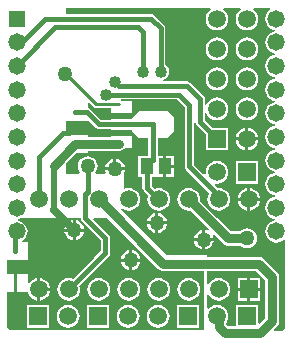
<source format=gtl>
%FSLAX24Y24*%
%MOIN*%
G70*
G01*
G75*
G04 Layer_Physical_Order=1*
G04 Layer_Color=255*
%ADD10R,0.0433X0.0551*%
%ADD11C,0.0100*%
%ADD12C,0.0150*%
%ADD13C,0.0300*%
%ADD14C,0.0250*%
%ADD15C,0.0200*%
%ADD16C,0.0580*%
%ADD17R,0.0580X0.0580*%
%ADD18R,0.0591X0.0591*%
%ADD19C,0.0591*%
%ADD20R,0.0591X0.0591*%
%ADD21C,0.0500*%
%ADD22C,0.0400*%
G36*
X46794Y31834D02*
X46794D01*
X46794Y31834D01*
X46794D01*
X46794Y31834D01*
Y31834D01*
X46794Y31834D01*
Y31834D01*
X46870Y31783D01*
X46960Y31765D01*
X48320D01*
Y29800D01*
X41840D01*
X41760Y29880D01*
Y31052D01*
X41990D01*
Y31349D01*
Y31645D01*
X41760D01*
Y32115D01*
X42455D01*
Y32708D01*
X42289D01*
X42273Y32755D01*
X42344Y32810D01*
X42403Y32887D01*
X42440Y32977D01*
X42453Y33074D01*
X42440Y33171D01*
X42403Y33261D01*
X42344Y33338D01*
X42267Y33397D01*
X42177Y33434D01*
X42114Y33443D01*
Y33493D01*
X42177Y33501D01*
X42223Y33520D01*
X44204D01*
X44212Y33512D01*
X44212Y33512D01*
D01*
X44224Y33452D01*
X44258Y33401D01*
X44223Y33365D01*
X44223Y33365D01*
X44222Y33365D01*
X44166Y33408D01*
X44086Y33442D01*
X44050Y33446D01*
Y33170D01*
X44326D01*
X44322Y33206D01*
X44288Y33286D01*
X44244Y33344D01*
X44281Y33377D01*
X44883Y32776D01*
Y32424D01*
X44666Y32207D01*
X44659Y32202D01*
X43949Y31493D01*
X43918Y31506D01*
X43820Y31519D01*
X43722Y31506D01*
X43631Y31468D01*
X43552Y31408D01*
X43492Y31329D01*
X43454Y31238D01*
X43441Y31140D01*
X43454Y31042D01*
X43492Y30951D01*
X43552Y30872D01*
X43631Y30812D01*
X43722Y30774D01*
X43820Y30761D01*
X43918Y30774D01*
X44009Y30812D01*
X44088Y30872D01*
X44148Y30951D01*
X44186Y31042D01*
X44199Y31140D01*
X44186Y31238D01*
X44173Y31269D01*
X44878Y31975D01*
X44885Y31979D01*
X45153Y32247D01*
X45187Y32298D01*
X45199Y32359D01*
X45199Y32359D01*
X45199Y32359D01*
Y32359D01*
Y32841D01*
X45187Y32902D01*
X45153Y32953D01*
X44632Y33474D01*
X44651Y33520D01*
X45108D01*
X46794Y31834D01*
D02*
G37*
G36*
X50365Y31463D02*
Y30177D01*
X50181Y29993D01*
X50135Y30012D01*
Y30615D01*
X49385D01*
Y29915D01*
X49137D01*
X49075Y29977D01*
Y30033D01*
X49088Y30051D01*
X49126Y30142D01*
X49139Y30240D01*
X49126Y30338D01*
X49088Y30429D01*
X49028Y30508D01*
X48949Y30568D01*
X48858Y30606D01*
X48760Y30619D01*
X48662Y30606D01*
X48571Y30568D01*
X48492Y30508D01*
X48487Y30501D01*
X48440Y30517D01*
Y30949D01*
X48489Y30958D01*
X48492Y30951D01*
X48552Y30872D01*
X48631Y30812D01*
X48722Y30774D01*
X48820Y30761D01*
X48918Y30774D01*
X49009Y30812D01*
X49088Y30872D01*
X49148Y30951D01*
X49186Y31042D01*
X49199Y31140D01*
X49186Y31238D01*
X49148Y31329D01*
X49088Y31408D01*
X49009Y31468D01*
X48918Y31506D01*
X48820Y31519D01*
X48722Y31506D01*
X48631Y31468D01*
X48552Y31408D01*
X48492Y31329D01*
X48489Y31322D01*
X48440Y31331D01*
Y31765D01*
X50063D01*
X50365Y31463D01*
D02*
G37*
G36*
X50540Y40473D02*
X50477Y40424D01*
X50417Y40347D01*
X50380Y40257D01*
X50367Y40160D01*
X50380Y40063D01*
X50417Y39973D01*
X50477Y39896D01*
X50554Y39837D01*
X50644Y39800D01*
X50706Y39791D01*
Y39741D01*
X50644Y39733D01*
X50554Y39696D01*
X50477Y39637D01*
X50417Y39559D01*
X50380Y39469D01*
X50367Y39373D01*
X50380Y39276D01*
X50417Y39186D01*
X50477Y39109D01*
X50554Y39049D01*
X50644Y39012D01*
X50706Y39004D01*
Y38954D01*
X50644Y38946D01*
X50554Y38909D01*
X50477Y38849D01*
X50417Y38772D01*
X50380Y38682D01*
X50367Y38585D01*
X50380Y38489D01*
X50417Y38399D01*
X50477Y38321D01*
X50554Y38262D01*
X50644Y38225D01*
X50706Y38217D01*
Y38167D01*
X50644Y38158D01*
X50554Y38121D01*
X50477Y38062D01*
X50417Y37985D01*
X50380Y37895D01*
X50367Y37798D01*
X50380Y37701D01*
X50417Y37611D01*
X50477Y37534D01*
X50554Y37475D01*
X50644Y37438D01*
X50706Y37429D01*
Y37379D01*
X50644Y37371D01*
X50554Y37334D01*
X50477Y37275D01*
X50417Y37197D01*
X50380Y37107D01*
X50367Y37011D01*
X50380Y36914D01*
X50417Y36824D01*
X50477Y36747D01*
X50554Y36687D01*
X50644Y36650D01*
X50706Y36642D01*
Y36592D01*
X50644Y36584D01*
X50554Y36547D01*
X50477Y36487D01*
X50417Y36410D01*
X50380Y36320D01*
X50367Y36223D01*
X50380Y36127D01*
X50417Y36037D01*
X50477Y35959D01*
X50554Y35900D01*
X50644Y35863D01*
X50706Y35855D01*
Y35805D01*
X50644Y35796D01*
X50554Y35759D01*
X50477Y35700D01*
X50417Y35623D01*
X50407Y35598D01*
D01*
X50380Y35533D01*
X50367Y35436D01*
X50380Y35339D01*
X50417Y35249D01*
X50477Y35172D01*
X50554Y35113D01*
X50644Y35076D01*
X50706Y35067D01*
Y35017D01*
X50644Y35009D01*
X50622Y35000D01*
D01*
X50554Y34972D01*
X50477Y34913D01*
X50417Y34835D01*
X50380Y34745D01*
X50367Y34649D01*
X50380Y34552D01*
X50417Y34462D01*
X50477Y34385D01*
X50554Y34325D01*
X50644Y34288D01*
X50706Y34280D01*
Y34230D01*
X50644Y34222D01*
X50554Y34185D01*
X50477Y34125D01*
X50417Y34048D01*
X50380Y33958D01*
X50367Y33861D01*
X50380Y33765D01*
X50417Y33675D01*
X50477Y33597D01*
X50554Y33538D01*
X50644Y33501D01*
X50706Y33493D01*
Y33443D01*
X50644Y33434D01*
X50554Y33397D01*
X50477Y33338D01*
X50417Y33261D01*
X50380Y33171D01*
X50367Y33074D01*
X50380Y32977D01*
X50417Y32887D01*
X50477Y32810D01*
X50554Y32751D01*
X50644Y32714D01*
X50741Y32701D01*
X50837Y32714D01*
X50927Y32751D01*
X50995Y32803D01*
X51040Y32781D01*
Y29840D01*
X50960Y29760D01*
X50677D01*
X50658Y29806D01*
X50766Y29914D01*
X50766Y29914D01*
X50817Y29990D01*
X50835Y30080D01*
Y31560D01*
X50817Y31650D01*
X50766Y31726D01*
X50326Y32166D01*
X50250Y32217D01*
X50160Y32235D01*
X48440D01*
Y32280D01*
X47080D01*
X45545Y33815D01*
X45578Y33853D01*
X45631Y33812D01*
X45722Y33774D01*
X45820Y33761D01*
X45918Y33774D01*
X46009Y33812D01*
X46088Y33872D01*
X46148Y33951D01*
X46186Y34042D01*
X46199Y34140D01*
X46186Y34238D01*
X46148Y34329D01*
X46088Y34408D01*
X46009Y34468D01*
X45918Y34506D01*
X45820Y34519D01*
X45722Y34506D01*
X45676Y34486D01*
X45648Y34528D01*
X45670Y34550D01*
Y35010D01*
X45682Y35021D01*
X45668Y35042D01*
X45682Y35074D01*
X45686Y35110D01*
X45034D01*
X45038Y35074D01*
X45052Y35042D01*
X45024Y35000D01*
X44730D01*
X44708Y35045D01*
X44734Y35080D01*
X44768Y35160D01*
X44779Y35246D01*
X44768Y35332D01*
X44734Y35413D01*
X44682Y35482D01*
X44613Y35534D01*
X44532Y35568D01*
X44446Y35579D01*
X44360Y35568D01*
X44280Y35534D01*
X44211Y35482D01*
X44158Y35413D01*
X44125Y35332D01*
X44113Y35246D01*
X44125Y35160D01*
X44158Y35080D01*
X44185Y35045D01*
X44163Y35000D01*
X43720D01*
Y35337D01*
X44075Y35692D01*
X44455D01*
Y35754D01*
X45510D01*
X45600Y35772D01*
X45676Y35823D01*
X45695Y35851D01*
X45927D01*
Y36248D01*
X45216D01*
Y36223D01*
X44455D01*
Y36285D01*
X43720D01*
Y36755D01*
X44455D01*
X44455Y36755D01*
Y36755D01*
X44488Y36769D01*
X44728Y36528D01*
X44780Y36494D01*
X44840Y36482D01*
X45216D01*
Y36442D01*
X45924D01*
Y36413D01*
X46151Y36186D01*
X46476D01*
Y35596D01*
X46128D01*
Y35000D01*
Y34884D01*
X46267D01*
Y34535D01*
X46267Y34535D01*
X46267D01*
X46279Y34475D01*
X46313Y34424D01*
X46467Y34269D01*
X46454Y34238D01*
X46441Y34140D01*
X46454Y34042D01*
X46492Y33951D01*
X46552Y33872D01*
X46631Y33812D01*
X46722Y33774D01*
X46820Y33761D01*
X46918Y33774D01*
X47009Y33812D01*
X47088Y33872D01*
X47148Y33951D01*
X47186Y34042D01*
X47199Y34140D01*
X47186Y34238D01*
X47148Y34329D01*
X47088Y34408D01*
X47009Y34468D01*
X46918Y34506D01*
X46820Y34519D01*
X46722Y34506D01*
X46691Y34493D01*
X46583Y34601D01*
Y34884D01*
X46965D01*
Y35240D01*
Y35596D01*
X46792D01*
Y36186D01*
X47117D01*
X47344Y36413D01*
Y36867D01*
X47117Y37094D01*
X46151D01*
X45924Y36867D01*
Y36838D01*
X45216D01*
Y36798D01*
X44905D01*
X44540Y37163D01*
X44489Y37198D01*
X44455Y37204D01*
Y37343D01*
X44501Y37362D01*
X44649Y37214D01*
X44692Y37185D01*
X44743Y37175D01*
X44743Y37175D01*
X45216D01*
Y37032D01*
X45927D01*
Y37429D01*
X45584D01*
X45553Y37467D01*
X45555Y37479D01*
X47417D01*
X47682Y37215D01*
Y35240D01*
X47694Y35180D01*
X47728Y35128D01*
X47737Y35120D01*
X48507Y34349D01*
X48492Y34329D01*
X48454Y34238D01*
X48441Y34140D01*
X48454Y34042D01*
X48489Y33958D01*
D01*
X48492Y33951D01*
D01*
X48552Y33872D01*
X48631Y33812D01*
X48722Y33774D01*
X48800Y33764D01*
D01*
X48820Y33761D01*
X48918Y33774D01*
X49009Y33812D01*
X49088Y33872D01*
X49148Y33951D01*
X49186Y34042D01*
X49199Y34140D01*
X49186Y34238D01*
X49148Y34329D01*
X49088Y34408D01*
X49009Y34468D01*
X48918Y34506D01*
X48820Y34519D01*
X48789Y34514D01*
X48679Y34624D01*
X48701Y34669D01*
X48760Y34661D01*
X48858Y34674D01*
X48949Y34712D01*
X49028Y34772D01*
X49088Y34851D01*
X49126Y34942D01*
X49138Y35038D01*
D01*
X49139Y35040D01*
X49126Y35138D01*
X49088Y35229D01*
X49028Y35308D01*
X48949Y35368D01*
X48858Y35406D01*
X48760Y35419D01*
X48662Y35406D01*
X48571Y35368D01*
X48492Y35308D01*
X48432Y35229D01*
X48394Y35138D01*
X48381Y35040D01*
X48382Y35038D01*
X48352Y35003D01*
X48302Y35002D01*
X47998Y35305D01*
Y36686D01*
X48048Y36691D01*
X48054Y36660D01*
X48088Y36608D01*
X48385Y36312D01*
Y35785D01*
X49135D01*
Y36535D01*
X48608D01*
X48358Y36785D01*
Y37022D01*
X48407Y37031D01*
X48432Y36971D01*
X48492Y36892D01*
X48571Y36832D01*
X48662Y36794D01*
X48760Y36781D01*
X48858Y36794D01*
X48949Y36832D01*
X49028Y36892D01*
X49088Y36971D01*
X49126Y37062D01*
X49139Y37160D01*
X49126Y37258D01*
X49088Y37349D01*
X49028Y37428D01*
X48949Y37488D01*
X48858Y37526D01*
X48760Y37539D01*
X48662Y37526D01*
X48571Y37488D01*
X48492Y37428D01*
X48432Y37349D01*
X48407Y37289D01*
X48358Y37298D01*
Y37480D01*
X48346Y37540D01*
X48312Y37592D01*
X47872Y38032D01*
X47820Y38066D01*
X47760Y38078D01*
X46960D01*
X46953Y38127D01*
X47021Y38155D01*
X47080Y38200D01*
X47125Y38259D01*
X47153Y38327D01*
X47162Y38400D01*
X47153Y38473D01*
X47125Y38541D01*
X47080Y38600D01*
X47038Y38632D01*
Y39840D01*
X47026Y39900D01*
X46992Y39952D01*
X46672Y40272D01*
X46620Y40306D01*
X46560Y40318D01*
X43720D01*
Y40499D01*
Y40520D01*
X48535D01*
X48551Y40473D01*
X48492Y40428D01*
X48432Y40349D01*
X48394Y40258D01*
X48381Y40160D01*
X48394Y40062D01*
X48432Y39971D01*
X48492Y39892D01*
X48571Y39832D01*
X48662Y39794D01*
X48760Y39781D01*
X48858Y39794D01*
X48949Y39832D01*
X49028Y39892D01*
X49088Y39971D01*
X49126Y40062D01*
X49139Y40160D01*
X49126Y40258D01*
X49088Y40349D01*
X49028Y40428D01*
X48969Y40473D01*
X48985Y40520D01*
X49535D01*
X49551Y40473D01*
X49492Y40428D01*
X49432Y40349D01*
X49394Y40258D01*
X49381Y40160D01*
X49394Y40062D01*
X49432Y39971D01*
X49492Y39892D01*
X49571Y39832D01*
X49662Y39794D01*
X49760Y39781D01*
X49858Y39794D01*
X49949Y39832D01*
X50028Y39892D01*
X50088Y39971D01*
X50126Y40062D01*
X50139Y40160D01*
X50126Y40258D01*
X50088Y40349D01*
X50028Y40428D01*
X49969Y40473D01*
X49985Y40520D01*
X50524D01*
X50540Y40473D01*
D02*
G37*
%LPC*%
G36*
X50195Y31515D02*
X49870D01*
Y31190D01*
X50195D01*
Y31515D01*
D02*
G37*
G36*
X45830Y32070D02*
X45554D01*
X45558Y32034D01*
X45592Y31954D01*
X45645Y31885D01*
X45714Y31832D01*
X45794Y31798D01*
X45830Y31794D01*
Y32070D01*
D02*
G37*
G36*
X49770Y31515D02*
X49445D01*
Y31190D01*
X49770D01*
Y31515D01*
D02*
G37*
G36*
X42870Y31512D02*
Y31190D01*
X43192D01*
X43186Y31238D01*
X43148Y31329D01*
X43088Y31408D01*
X43009Y31468D01*
X42918Y31506D01*
X42870Y31512D01*
D02*
G37*
G36*
X43192Y31090D02*
X42870D01*
Y30768D01*
X42918Y30774D01*
X43009Y30812D01*
X43088Y30872D01*
X43148Y30951D01*
X43186Y31042D01*
X43192Y31090D01*
D02*
G37*
G36*
X45930Y32446D02*
Y32170D01*
X46206D01*
X46202Y32206D01*
X46168Y32286D01*
X46115Y32355D01*
X46046Y32408D01*
X45966Y32442D01*
X45930Y32446D01*
D02*
G37*
G36*
X48270Y32750D02*
X47994D01*
X47998Y32714D01*
X48032Y32634D01*
X48085Y32565D01*
X48154Y32512D01*
X48234Y32478D01*
X48270Y32474D01*
Y32750D01*
D02*
G37*
G36*
X48646D02*
X48370D01*
Y32474D01*
X48406Y32478D01*
X48486Y32512D01*
X48555Y32565D01*
X48608Y32634D01*
X48642Y32714D01*
X48646Y32750D01*
D02*
G37*
G36*
X46206Y32070D02*
X45930D01*
Y31794D01*
X45966Y31798D01*
X46046Y31832D01*
X46115Y31885D01*
X46168Y31954D01*
X46202Y32034D01*
X46206Y32070D01*
D02*
G37*
G36*
X43950Y33070D02*
X43674D01*
X43678Y33034D01*
X43712Y32954D01*
X43765Y32885D01*
X43834Y32832D01*
X43914Y32798D01*
X43950Y32794D01*
Y33070D01*
D02*
G37*
G36*
X45830Y32446D02*
X45794Y32442D01*
X45714Y32408D01*
X45645Y32355D01*
X45592Y32286D01*
X45558Y32206D01*
X45554Y32170D01*
X45830D01*
Y32446D01*
D02*
G37*
G36*
X42455Y31645D02*
X42090D01*
Y31349D01*
Y31052D01*
X42453D01*
X42454Y31042D01*
X42492Y30951D01*
X42552Y30872D01*
X42631Y30812D01*
X42722Y30774D01*
X42770Y30768D01*
Y31140D01*
Y31512D01*
X42722Y31506D01*
X42631Y31468D01*
X42552Y31408D01*
X42502Y31342D01*
X42455Y31358D01*
Y31645D01*
D02*
G37*
G36*
X43175Y30615D02*
X42425D01*
Y29865D01*
X43175D01*
Y30615D01*
D02*
G37*
G36*
X45175D02*
X44425D01*
Y29865D01*
X45175D01*
Y30615D01*
D02*
G37*
G36*
X48175D02*
X47425D01*
Y29865D01*
X48175D01*
Y30615D01*
D02*
G37*
G36*
X43800Y30619D02*
X43702Y30606D01*
X43611Y30568D01*
X43532Y30508D01*
X43472Y30429D01*
X43434Y30338D01*
X43421Y30240D01*
X43434Y30142D01*
X43472Y30051D01*
X43532Y29972D01*
X43611Y29912D01*
X43702Y29874D01*
X43800Y29861D01*
X43898Y29874D01*
X43989Y29912D01*
X44068Y29972D01*
X44128Y30051D01*
X44166Y30142D01*
X44179Y30240D01*
X44166Y30338D01*
X44128Y30429D01*
X44068Y30508D01*
X43989Y30568D01*
X43898Y30606D01*
X43800Y30619D01*
D02*
G37*
G36*
X45800D02*
X45702Y30606D01*
X45611Y30568D01*
X45532Y30508D01*
X45472Y30429D01*
X45434Y30338D01*
X45421Y30240D01*
X45434Y30142D01*
X45472Y30051D01*
X45532Y29972D01*
X45611Y29912D01*
X45702Y29874D01*
X45800Y29861D01*
X45898Y29874D01*
X45989Y29912D01*
X46068Y29972D01*
X46128Y30051D01*
X46166Y30142D01*
X46179Y30240D01*
X46166Y30338D01*
X46128Y30429D01*
X46068Y30508D01*
X45989Y30568D01*
X45898Y30606D01*
X45800Y30619D01*
D02*
G37*
G36*
X46800D02*
X46702Y30606D01*
X46611Y30568D01*
X46532Y30508D01*
X46472Y30429D01*
X46434Y30338D01*
X46421Y30240D01*
X46434Y30142D01*
X46472Y30051D01*
X46532Y29972D01*
X46611Y29912D01*
X46702Y29874D01*
X46800Y29861D01*
X46898Y29874D01*
X46989Y29912D01*
X47068Y29972D01*
X47128Y30051D01*
X47166Y30142D01*
X47179Y30240D01*
X47166Y30338D01*
X47128Y30429D01*
X47068Y30508D01*
X46989Y30568D01*
X46898Y30606D01*
X46800Y30619D01*
D02*
G37*
G36*
X47820Y31519D02*
X47722Y31506D01*
X47631Y31468D01*
X47552Y31408D01*
X47492Y31329D01*
X47454Y31238D01*
X47441Y31140D01*
X47454Y31042D01*
X47492Y30951D01*
X47552Y30872D01*
X47631Y30812D01*
X47722Y30774D01*
X47820Y30761D01*
X47918Y30774D01*
X48009Y30812D01*
X48088Y30872D01*
X48148Y30951D01*
X48186Y31042D01*
X48199Y31140D01*
X48186Y31238D01*
X48148Y31329D01*
X48088Y31408D01*
X48009Y31468D01*
X47918Y31506D01*
X47820Y31519D01*
D02*
G37*
G36*
X49770Y31090D02*
X49445D01*
Y30765D01*
X49770D01*
Y31090D01*
D02*
G37*
G36*
X50195D02*
X49870D01*
Y30765D01*
X50195D01*
Y31090D01*
D02*
G37*
G36*
X44820Y31519D02*
X44722Y31506D01*
X44631Y31468D01*
X44552Y31408D01*
X44492Y31329D01*
X44454Y31238D01*
X44441Y31140D01*
X44454Y31042D01*
X44492Y30951D01*
X44552Y30872D01*
X44631Y30812D01*
X44722Y30774D01*
X44820Y30761D01*
X44918Y30774D01*
X45009Y30812D01*
X45088Y30872D01*
X45148Y30951D01*
X45186Y31042D01*
X45199Y31140D01*
X45186Y31238D01*
X45148Y31329D01*
X45088Y31408D01*
X45009Y31468D01*
X44918Y31506D01*
X44820Y31519D01*
D02*
G37*
G36*
X45820D02*
X45722Y31506D01*
X45631Y31468D01*
X45552Y31408D01*
X45492Y31329D01*
X45454Y31238D01*
X45441Y31140D01*
X45454Y31042D01*
X45492Y30951D01*
X45552Y30872D01*
X45631Y30812D01*
X45722Y30774D01*
X45820Y30761D01*
X45918Y30774D01*
X46009Y30812D01*
X46088Y30872D01*
X46148Y30951D01*
X46186Y31042D01*
X46199Y31140D01*
X46186Y31238D01*
X46148Y31329D01*
X46088Y31408D01*
X46009Y31468D01*
X45918Y31506D01*
X45820Y31519D01*
D02*
G37*
G36*
X46820D02*
X46722Y31506D01*
X46631Y31468D01*
X46552Y31408D01*
X46492Y31329D01*
X46454Y31238D01*
X46441Y31140D01*
X46454Y31042D01*
X46492Y30951D01*
X46552Y30872D01*
X46631Y30812D01*
X46722Y30774D01*
X46820Y30761D01*
X46918Y30774D01*
X47009Y30812D01*
X47088Y30872D01*
X47148Y30951D01*
X47186Y31042D01*
X47199Y31140D01*
X47186Y31238D01*
X47148Y31329D01*
X47088Y31408D01*
X47009Y31468D01*
X46918Y31506D01*
X46820Y31519D01*
D02*
G37*
G36*
X44326Y33070D02*
X44050D01*
Y32794D01*
X44086Y32798D01*
X44166Y32832D01*
X44235Y32885D01*
X44288Y32954D01*
X44322Y33034D01*
X44326Y33070D01*
D02*
G37*
G36*
X49710Y36110D02*
X49388D01*
X49394Y36062D01*
X49432Y35971D01*
X49492Y35892D01*
X49571Y35832D01*
X49662Y35794D01*
X49710Y35788D01*
Y36110D01*
D02*
G37*
G36*
X50132D02*
X49810D01*
Y35788D01*
X49858Y35794D01*
X49949Y35832D01*
X50028Y35892D01*
X50088Y35971D01*
X50126Y36062D01*
X50132Y36110D01*
D02*
G37*
G36*
X49710Y36532D02*
X49662Y36526D01*
X49571Y36488D01*
X49492Y36428D01*
X49432Y36349D01*
X49394Y36258D01*
X49388Y36210D01*
X49710D01*
Y36532D01*
D02*
G37*
G36*
X45310Y35486D02*
X45274Y35482D01*
X45194Y35448D01*
X45125Y35395D01*
X45072Y35326D01*
X45038Y35246D01*
X45034Y35210D01*
X45310D01*
Y35486D01*
D02*
G37*
G36*
X45410D02*
Y35210D01*
X45686D01*
X45682Y35246D01*
X45648Y35326D01*
X45595Y35395D01*
X45526Y35448D01*
X45446Y35482D01*
X45410Y35486D01*
D02*
G37*
G36*
X47312Y35596D02*
X47065D01*
Y35290D01*
X47312D01*
Y35596D01*
D02*
G37*
G36*
X49760Y38539D02*
X49662Y38526D01*
X49571Y38488D01*
X49492Y38428D01*
X49432Y38349D01*
X49394Y38258D01*
X49381Y38160D01*
X49394Y38062D01*
X49432Y37971D01*
X49492Y37892D01*
X49571Y37832D01*
X49662Y37794D01*
X49760Y37781D01*
X49858Y37794D01*
X49949Y37832D01*
X50028Y37892D01*
X50088Y37971D01*
X50126Y38062D01*
X50139Y38160D01*
X50126Y38258D01*
X50088Y38349D01*
X50028Y38428D01*
X49949Y38488D01*
X49858Y38526D01*
X49760Y38539D01*
D02*
G37*
G36*
X48760Y39539D02*
X48662Y39526D01*
X48571Y39488D01*
X48492Y39428D01*
X48432Y39349D01*
X48394Y39258D01*
X48381Y39160D01*
X48394Y39062D01*
X48432Y38971D01*
X48492Y38892D01*
X48571Y38832D01*
X48662Y38794D01*
X48760Y38781D01*
X48858Y38794D01*
X48949Y38832D01*
X49028Y38892D01*
X49088Y38971D01*
X49126Y39062D01*
X49139Y39160D01*
X49126Y39258D01*
X49088Y39349D01*
X49028Y39428D01*
X48949Y39488D01*
X48858Y39526D01*
X48760Y39539D01*
D02*
G37*
G36*
X49760D02*
X49662Y39526D01*
X49571Y39488D01*
X49492Y39428D01*
X49432Y39349D01*
X49394Y39258D01*
X49381Y39160D01*
X49394Y39062D01*
X49432Y38971D01*
X49492Y38892D01*
X49571Y38832D01*
X49662Y38794D01*
X49760Y38781D01*
X49858Y38794D01*
X49949Y38832D01*
X50028Y38892D01*
X50088Y38971D01*
X50126Y39062D01*
X50139Y39160D01*
X50126Y39258D01*
X50088Y39349D01*
X50028Y39428D01*
X49949Y39488D01*
X49858Y39526D01*
X49760Y39539D01*
D02*
G37*
G36*
X49810Y36532D02*
Y36210D01*
X50132D01*
X50126Y36258D01*
X50088Y36349D01*
X50028Y36428D01*
X49949Y36488D01*
X49858Y36526D01*
X49810Y36532D01*
D02*
G37*
G36*
X49760Y37539D02*
X49662Y37526D01*
X49571Y37488D01*
X49492Y37428D01*
X49432Y37349D01*
X49394Y37258D01*
X49381Y37160D01*
X49394Y37062D01*
X49432Y36971D01*
X49492Y36892D01*
X49571Y36832D01*
X49662Y36794D01*
X49760Y36781D01*
X49858Y36794D01*
X49949Y36832D01*
X50028Y36892D01*
X50088Y36971D01*
X50126Y37062D01*
X50139Y37160D01*
X50126Y37258D01*
X50088Y37349D01*
X50028Y37428D01*
X49949Y37488D01*
X49858Y37526D01*
X49760Y37539D01*
D02*
G37*
G36*
X48760Y38539D02*
X48662Y38526D01*
X48571Y38488D01*
X48492Y38428D01*
X48432Y38349D01*
X48394Y38258D01*
X48381Y38160D01*
X48394Y38062D01*
X48432Y37971D01*
X48492Y37892D01*
X48571Y37832D01*
X48662Y37794D01*
X48760Y37781D01*
X48858Y37794D01*
X48949Y37832D01*
X49028Y37892D01*
X49088Y37971D01*
X49126Y38062D01*
X49139Y38160D01*
X49126Y38258D01*
X49088Y38349D01*
X49028Y38428D01*
X48949Y38488D01*
X48858Y38526D01*
X48760Y38539D01*
D02*
G37*
G36*
X47312Y35190D02*
X47065D01*
Y34884D01*
X47312D01*
Y35000D01*
Y35190D01*
D02*
G37*
G36*
X47820Y34519D02*
X47722Y34506D01*
X47631Y34468D01*
X47552Y34408D01*
X47492Y34329D01*
X47454Y34238D01*
X47441Y34140D01*
X47454Y34042D01*
X47492Y33951D01*
X47552Y33872D01*
X47631Y33812D01*
X47722Y33774D01*
X47820Y33761D01*
X47861Y33767D01*
X48487Y33141D01*
X48460Y33099D01*
X48406Y33122D01*
X48370Y33126D01*
Y32850D01*
X48646D01*
X48642Y32886D01*
X48619Y32940D01*
X48661Y32967D01*
D01*
X48954Y32674D01*
X49030Y32623D01*
X49120Y32605D01*
X49120Y32605D01*
X49524D01*
X49525Y32605D01*
X49594Y32552D01*
X49674Y32518D01*
X49760Y32507D01*
X49846Y32518D01*
X49926Y32552D01*
X49995Y32605D01*
X50048Y32674D01*
X50082Y32754D01*
X50093Y32840D01*
X50082Y32926D01*
X50048Y33006D01*
X49995Y33075D01*
X49926Y33128D01*
X49846Y33162D01*
X49760Y33173D01*
X49674Y33162D01*
X49594Y33128D01*
X49525Y33075D01*
X49524Y33075D01*
X49217D01*
X48754Y33538D01*
X48440Y33852D01*
D01*
X48193Y34099D01*
X48199Y34140D01*
X48186Y34238D01*
X48148Y34329D01*
X48088Y34408D01*
X48009Y34468D01*
X47918Y34506D01*
X47820Y34519D01*
D02*
G37*
G36*
X43950Y33446D02*
X43914Y33442D01*
X43834Y33408D01*
X43765Y33355D01*
X43712Y33286D01*
X43678Y33206D01*
X43674Y33170D01*
X43950D01*
Y33446D01*
D02*
G37*
G36*
X46710Y33686D02*
X46674Y33682D01*
X46594Y33648D01*
X46525Y33595D01*
X46472Y33526D01*
X46438Y33446D01*
X46434Y33410D01*
X46710D01*
Y33686D01*
D02*
G37*
G36*
X48270Y33126D02*
X48234Y33122D01*
X48154Y33088D01*
X48085Y33035D01*
X48032Y32966D01*
X47998Y32886D01*
X47994Y32850D01*
X48270D01*
Y33126D01*
D02*
G37*
G36*
X46710Y33310D02*
X46434D01*
X46438Y33274D01*
X46472Y33194D01*
X46525Y33125D01*
X46594Y33072D01*
X46674Y33038D01*
X46710Y33034D01*
Y33310D01*
D02*
G37*
G36*
X47086D02*
X46810D01*
Y33034D01*
X46846Y33038D01*
X46926Y33072D01*
X46995Y33125D01*
X47048Y33194D01*
X47082Y33274D01*
X47086Y33310D01*
D02*
G37*
G36*
X49770Y34512D02*
X49722Y34506D01*
X49631Y34468D01*
X49552Y34408D01*
X49492Y34329D01*
X49454Y34238D01*
X49448Y34190D01*
X49770D01*
Y34512D01*
D02*
G37*
G36*
X49870D02*
Y34190D01*
X50192D01*
X50186Y34238D01*
X50148Y34329D01*
X50088Y34408D01*
X50009Y34468D01*
X49918Y34506D01*
X49870Y34512D01*
D02*
G37*
G36*
X50135Y35415D02*
X49385D01*
Y35000D01*
Y34665D01*
X50135D01*
Y35000D01*
Y35415D01*
D02*
G37*
G36*
X46810Y33686D02*
Y33410D01*
X47086D01*
X47082Y33446D01*
X47048Y33526D01*
X46995Y33595D01*
X46926Y33648D01*
X46846Y33682D01*
X46810Y33686D01*
D02*
G37*
G36*
X49770Y34090D02*
X49448D01*
X49454Y34042D01*
X49492Y33951D01*
X49552Y33872D01*
X49631Y33812D01*
X49722Y33774D01*
X49770Y33768D01*
Y34090D01*
D02*
G37*
G36*
X50192D02*
X49870D01*
Y33768D01*
X49918Y33774D01*
X50009Y33812D01*
X50088Y33872D01*
X50148Y33951D01*
X50186Y34042D01*
X50192Y34090D01*
D02*
G37*
%LPD*%
D10*
X47015Y35240D02*
D03*
X46425D02*
D03*
D11*
X44743Y37307D02*
X45494D01*
X43730Y38320D02*
X44743Y37307D01*
X43680Y38320D02*
X43730D01*
D12*
X45650Y36640D02*
X46634D01*
X44840D02*
X45650D01*
X44429Y37051D02*
X44840Y36640D01*
X44040Y37051D02*
X44429D01*
X42040Y32411D02*
Y33034D01*
X43820Y31140D02*
X44771Y32091D01*
X44773D01*
X45041Y32359D01*
Y32841D01*
X44370Y33512D02*
X45041Y32841D01*
X44370Y33512D02*
Y34327D01*
X44446Y34403D01*
Y35246D01*
X47840Y35240D02*
X48860Y34220D01*
X47840Y35240D02*
Y37280D01*
X47483Y37637D02*
X47840Y37280D01*
X45073Y37637D02*
X47483D01*
X48200Y36720D02*
X48760Y36160D01*
X48200Y36720D02*
Y37480D01*
X47760Y37920D02*
X48200Y37480D01*
X45480Y37920D02*
X47760D01*
X45360Y38040D02*
X45480Y37920D01*
X46280Y38400D02*
Y39720D01*
X46120Y39880D02*
X46280Y39720D01*
X43375Y39880D02*
X46120D01*
X42080Y38585D02*
X43375Y39880D01*
X46880Y38400D02*
Y39840D01*
X46560Y40160D02*
X46880Y39840D01*
X43040Y40160D02*
X46560D01*
X42253Y39373D02*
X43040Y40160D01*
X42080Y39373D02*
X42253D01*
X43840Y36360D02*
X43960Y36480D01*
X43641Y36360D02*
X43840D01*
X42820Y35539D02*
X43641Y36360D01*
X42820Y34140D02*
Y35539D01*
X46634Y35450D02*
Y36640D01*
X46425Y34535D02*
Y35240D01*
Y34535D02*
X46820Y34140D01*
D13*
X44040Y35989D02*
X45510D01*
X49120Y32840D02*
X49760D01*
X47820Y34140D02*
X49120Y32840D01*
X48840Y29880D02*
Y30280D01*
Y29880D02*
X49040Y29680D01*
X44820Y34140D02*
X46960Y32000D01*
X43320Y35268D02*
X44040Y35989D01*
X49040Y29680D02*
X50200D01*
X50600Y30080D01*
X46960Y32000D02*
X50160D01*
X50600Y31560D01*
Y30080D02*
Y31560D01*
D14*
X43320Y33800D02*
X44000Y33120D01*
D15*
X43320Y33800D02*
Y35268D01*
D16*
X50741Y40160D02*
D03*
Y39373D02*
D03*
Y38585D02*
D03*
Y37798D02*
D03*
Y37011D02*
D03*
Y36223D02*
D03*
Y35436D02*
D03*
Y34649D02*
D03*
Y33861D02*
D03*
Y33074D02*
D03*
X42080D02*
D03*
Y33861D02*
D03*
Y34649D02*
D03*
Y35436D02*
D03*
Y36223D02*
D03*
Y37011D02*
D03*
Y37798D02*
D03*
Y38585D02*
D03*
Y39373D02*
D03*
D17*
Y40160D02*
D03*
D18*
X44800Y30240D02*
D03*
X42800D02*
D03*
X47800D02*
D03*
X49760D02*
D03*
Y35040D02*
D03*
D19*
X45800Y30240D02*
D03*
X43800D02*
D03*
X46800D02*
D03*
X48760D02*
D03*
X42820Y34140D02*
D03*
X43820D02*
D03*
X44820D02*
D03*
X45820D02*
D03*
X46820D02*
D03*
X47820D02*
D03*
X48820D02*
D03*
X49820D02*
D03*
X42820Y31140D02*
D03*
X43820D02*
D03*
X44820D02*
D03*
X45820D02*
D03*
X46820D02*
D03*
X47820D02*
D03*
X48820D02*
D03*
X49760Y40160D02*
D03*
X48760D02*
D03*
X49760Y39160D02*
D03*
X48760D02*
D03*
X49760Y38160D02*
D03*
X48760D02*
D03*
X49760Y37160D02*
D03*
X48760D02*
D03*
X49760Y36160D02*
D03*
X48760Y35040D02*
D03*
D20*
X49820Y31140D02*
D03*
X48760Y36160D02*
D03*
D21*
X45360Y35160D02*
D03*
X49760Y32840D02*
D03*
X44446Y35246D02*
D03*
X43680Y38320D02*
D03*
X45880Y32120D02*
D03*
X48320Y32800D02*
D03*
X44000Y33120D02*
D03*
X46760Y33360D02*
D03*
D22*
X45360Y38040D02*
D03*
X45073Y37637D02*
D03*
X46880Y38400D02*
D03*
X46280D02*
D03*
M02*

</source>
